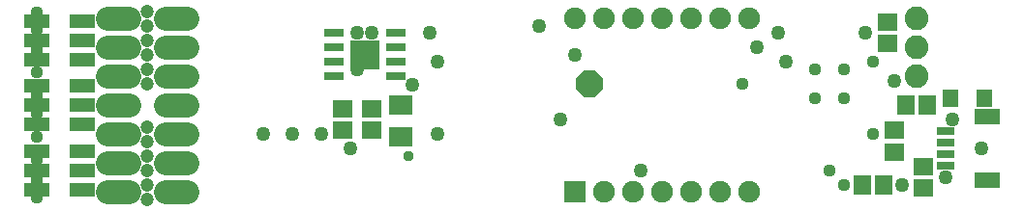
<source format=gbr>
G04 EAGLE Gerber RS-274X export*
G75*
%MOMM*%
%FSLAX34Y34*%
%LPD*%
%INSoldermask Top*%
%IPPOS*%
%AMOC8*
5,1,8,0,0,1.08239X$1,22.5*%
G01*
%ADD10C,1.203200*%
%ADD11R,1.503200X1.703200*%
%ADD12R,1.703200X1.503200*%
%ADD13R,2.003200X1.803200*%
%ADD14R,1.403200X1.603200*%
%ADD15R,2.203200X1.403200*%
%ADD16R,1.553200X0.803200*%
%ADD17R,1.753200X0.803200*%
%ADD18R,2.503200X2.503200*%
%ADD19C,2.082800*%
%ADD20R,1.903200X1.903200*%
%ADD21C,1.903200*%
%ADD22C,2.082800*%
%ADD23P,2.556822X8X22.500000*%
%ADD24R,2.203200X1.303200*%
%ADD25C,1.259600*%
%ADD26C,1.109600*%
%ADD27C,0.959600*%


D10*
X114300Y146050D03*
X114300Y133350D03*
X114300Y171450D03*
X114300Y158750D03*
X114300Y19050D03*
X114300Y6350D03*
X114300Y31750D03*
X114300Y44450D03*
X114300Y57150D03*
X114300Y69850D03*
X114300Y120650D03*
X114300Y107950D03*
D11*
X758800Y19050D03*
X739800Y19050D03*
D12*
X311150Y85700D03*
X311150Y66700D03*
D13*
X336550Y88930D03*
X336550Y60930D03*
D14*
X846850Y95250D03*
X816850Y95250D03*
D15*
X849550Y22800D03*
X849550Y78800D03*
D16*
X812800Y35800D03*
X812800Y45800D03*
X812800Y55800D03*
X812800Y65800D03*
D11*
X777900Y88900D03*
X796900Y88900D03*
D12*
X768350Y66650D03*
X768350Y47650D03*
X793750Y15900D03*
X793750Y34900D03*
X762000Y161900D03*
X762000Y142900D03*
X285750Y66700D03*
X285750Y85700D03*
D17*
X331800Y114300D03*
X331800Y127000D03*
X331800Y139700D03*
X331800Y152400D03*
X277800Y152400D03*
X277800Y139700D03*
X277800Y127000D03*
X277800Y114300D03*
D18*
X304800Y133350D03*
D19*
X787400Y165100D03*
X787400Y139700D03*
X787400Y114300D03*
D20*
X488950Y12700D03*
D21*
X514350Y12700D03*
X539750Y12700D03*
X565150Y12700D03*
X590550Y12700D03*
X615950Y12700D03*
X641350Y12700D03*
X641350Y165100D03*
X615950Y165100D03*
X590550Y165100D03*
X565150Y165100D03*
X539750Y165100D03*
X514350Y165100D03*
X488950Y165100D03*
D22*
X98298Y165100D02*
X79502Y165100D01*
X79502Y139700D02*
X98298Y139700D01*
X98298Y114300D02*
X79502Y114300D01*
X79502Y88900D02*
X98298Y88900D01*
X98298Y63500D02*
X79502Y63500D01*
X79502Y38100D02*
X98298Y38100D01*
X98298Y12700D02*
X79502Y12700D01*
X130302Y165100D02*
X149098Y165100D01*
X149098Y139700D02*
X130302Y139700D01*
X130302Y114300D02*
X149098Y114300D01*
X149098Y88900D02*
X130302Y88900D01*
X130302Y63500D02*
X149098Y63500D01*
X149098Y38100D02*
X130302Y38100D01*
X130302Y12700D02*
X149098Y12700D01*
D23*
X501650Y107950D03*
D24*
X18100Y163050D03*
X18100Y146050D03*
X18100Y129050D03*
X58100Y129050D03*
X58100Y146050D03*
X58100Y163050D03*
X18100Y105900D03*
X18100Y88900D03*
X18100Y71900D03*
X58100Y71900D03*
X58100Y88900D03*
X58100Y105900D03*
X18100Y48750D03*
X18100Y31750D03*
X18100Y14750D03*
X58100Y14750D03*
X58100Y31750D03*
X58100Y48750D03*
D25*
X346710Y107034D03*
D26*
X17780Y154940D03*
X17780Y137160D03*
X17780Y118110D03*
X17780Y97790D03*
X17780Y81280D03*
X17780Y60960D03*
X17780Y40640D03*
X17780Y22860D03*
X17780Y7620D03*
X17780Y170180D03*
D25*
X298450Y120650D03*
X298450Y152400D03*
X292100Y50800D03*
X368300Y63500D03*
X311150Y152400D03*
X241300Y63500D03*
X215900Y63500D03*
X266700Y63500D03*
X812800Y25400D03*
X361950Y152400D03*
X457200Y158750D03*
X368300Y127000D03*
X488950Y133350D03*
X476250Y76200D03*
X647700Y139700D03*
X742950Y152400D03*
X673100Y127000D03*
X819150Y76200D03*
X844550Y50800D03*
X666750Y152400D03*
D26*
X749300Y127000D03*
X698500Y95250D03*
X723900Y95250D03*
X723900Y120650D03*
X698500Y120650D03*
X723900Y19050D03*
D25*
X768350Y110490D03*
X546100Y31750D03*
X774700Y19050D03*
D26*
X635000Y107950D03*
X749300Y63500D03*
X711200Y31750D03*
D27*
X342900Y44450D03*
M02*

</source>
